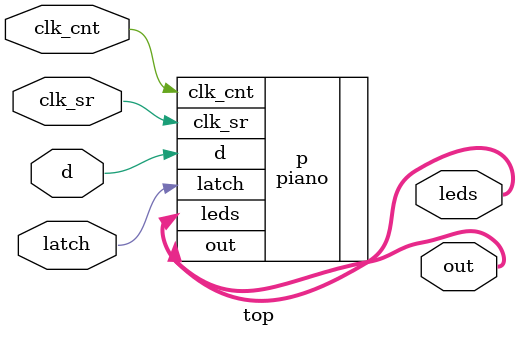
<source format=v>
module top(
    input clk_cnt,
    input clk_sr,
    input d,
    input latch,
    output reg[3:0] leds,
    output reg[11:0] out
);
    piano p (
        .clk_cnt(clk_cnt),
        .clk_sr(clk_sr),
        .d(d),
        .latch(latch),
        .leds(leds),
        .out(out)
    );
endmodule

</source>
